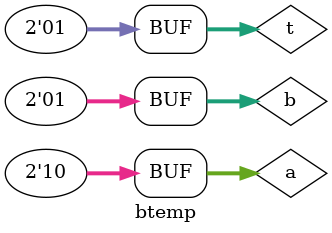
<source format=v>
module btemp;
    reg [1:0] a, b, t;

    initial begin
        a = 2'b01;
        b = 2'b10;

        t = a;
        a = b;
        b = t;
    end
endmodule

</source>
